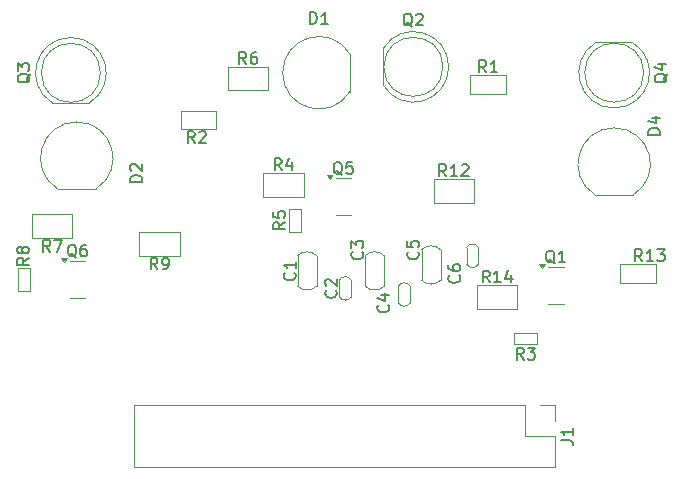
<source format=gbr>
%TF.GenerationSoftware,KiCad,Pcbnew,8.0.1*%
%TF.CreationDate,2024-03-25T00:54:51+02:00*%
%TF.ProjectId,3088,33303838-2e6b-4696-9361-645f70636258,rev?*%
%TF.SameCoordinates,Original*%
%TF.FileFunction,Legend,Top*%
%TF.FilePolarity,Positive*%
%FSLAX46Y46*%
G04 Gerber Fmt 4.6, Leading zero omitted, Abs format (unit mm)*
G04 Created by KiCad (PCBNEW 8.0.1) date 2024-03-25 00:54:51*
%MOMM*%
%LPD*%
G01*
G04 APERTURE LIST*
%ADD10C,0.150000*%
%ADD11C,0.120000*%
%ADD12C,0.100000*%
G04 APERTURE END LIST*
D10*
X117590057Y-55100238D02*
X117542438Y-55195476D01*
X117542438Y-55195476D02*
X117447200Y-55290714D01*
X117447200Y-55290714D02*
X117304342Y-55433571D01*
X117304342Y-55433571D02*
X117256723Y-55528809D01*
X117256723Y-55528809D02*
X117256723Y-55624047D01*
X117494819Y-55576428D02*
X117447200Y-55671666D01*
X117447200Y-55671666D02*
X117351961Y-55766904D01*
X117351961Y-55766904D02*
X117161485Y-55814523D01*
X117161485Y-55814523D02*
X116828152Y-55814523D01*
X116828152Y-55814523D02*
X116637676Y-55766904D01*
X116637676Y-55766904D02*
X116542438Y-55671666D01*
X116542438Y-55671666D02*
X116494819Y-55576428D01*
X116494819Y-55576428D02*
X116494819Y-55385952D01*
X116494819Y-55385952D02*
X116542438Y-55290714D01*
X116542438Y-55290714D02*
X116637676Y-55195476D01*
X116637676Y-55195476D02*
X116828152Y-55147857D01*
X116828152Y-55147857D02*
X117161485Y-55147857D01*
X117161485Y-55147857D02*
X117351961Y-55195476D01*
X117351961Y-55195476D02*
X117447200Y-55290714D01*
X117447200Y-55290714D02*
X117494819Y-55385952D01*
X117494819Y-55385952D02*
X117494819Y-55576428D01*
X116494819Y-54814523D02*
X116494819Y-54195476D01*
X116494819Y-54195476D02*
X116875771Y-54528809D01*
X116875771Y-54528809D02*
X116875771Y-54385952D01*
X116875771Y-54385952D02*
X116923390Y-54290714D01*
X116923390Y-54290714D02*
X116971009Y-54243095D01*
X116971009Y-54243095D02*
X117066247Y-54195476D01*
X117066247Y-54195476D02*
X117304342Y-54195476D01*
X117304342Y-54195476D02*
X117399580Y-54243095D01*
X117399580Y-54243095D02*
X117447200Y-54290714D01*
X117447200Y-54290714D02*
X117494819Y-54385952D01*
X117494819Y-54385952D02*
X117494819Y-54671666D01*
X117494819Y-54671666D02*
X117447200Y-54766904D01*
X117447200Y-54766904D02*
X117399580Y-54814523D01*
X156444642Y-72754819D02*
X156111309Y-72278628D01*
X155873214Y-72754819D02*
X155873214Y-71754819D01*
X155873214Y-71754819D02*
X156254166Y-71754819D01*
X156254166Y-71754819D02*
X156349404Y-71802438D01*
X156349404Y-71802438D02*
X156397023Y-71850057D01*
X156397023Y-71850057D02*
X156444642Y-71945295D01*
X156444642Y-71945295D02*
X156444642Y-72088152D01*
X156444642Y-72088152D02*
X156397023Y-72183390D01*
X156397023Y-72183390D02*
X156349404Y-72231009D01*
X156349404Y-72231009D02*
X156254166Y-72278628D01*
X156254166Y-72278628D02*
X155873214Y-72278628D01*
X157397023Y-72754819D02*
X156825595Y-72754819D01*
X157111309Y-72754819D02*
X157111309Y-71754819D01*
X157111309Y-71754819D02*
X157016071Y-71897676D01*
X157016071Y-71897676D02*
X156920833Y-71992914D01*
X156920833Y-71992914D02*
X156825595Y-72040533D01*
X158254166Y-72088152D02*
X158254166Y-72754819D01*
X158016071Y-71707200D02*
X157777976Y-72421485D01*
X157777976Y-72421485D02*
X158397023Y-72421485D01*
X169357142Y-70954819D02*
X169023809Y-70478628D01*
X168785714Y-70954819D02*
X168785714Y-69954819D01*
X168785714Y-69954819D02*
X169166666Y-69954819D01*
X169166666Y-69954819D02*
X169261904Y-70002438D01*
X169261904Y-70002438D02*
X169309523Y-70050057D01*
X169309523Y-70050057D02*
X169357142Y-70145295D01*
X169357142Y-70145295D02*
X169357142Y-70288152D01*
X169357142Y-70288152D02*
X169309523Y-70383390D01*
X169309523Y-70383390D02*
X169261904Y-70431009D01*
X169261904Y-70431009D02*
X169166666Y-70478628D01*
X169166666Y-70478628D02*
X168785714Y-70478628D01*
X170309523Y-70954819D02*
X169738095Y-70954819D01*
X170023809Y-70954819D02*
X170023809Y-69954819D01*
X170023809Y-69954819D02*
X169928571Y-70097676D01*
X169928571Y-70097676D02*
X169833333Y-70192914D01*
X169833333Y-70192914D02*
X169738095Y-70240533D01*
X170642857Y-69954819D02*
X171261904Y-69954819D01*
X171261904Y-69954819D02*
X170928571Y-70335771D01*
X170928571Y-70335771D02*
X171071428Y-70335771D01*
X171071428Y-70335771D02*
X171166666Y-70383390D01*
X171166666Y-70383390D02*
X171214285Y-70431009D01*
X171214285Y-70431009D02*
X171261904Y-70526247D01*
X171261904Y-70526247D02*
X171261904Y-70764342D01*
X171261904Y-70764342D02*
X171214285Y-70859580D01*
X171214285Y-70859580D02*
X171166666Y-70907200D01*
X171166666Y-70907200D02*
X171071428Y-70954819D01*
X171071428Y-70954819D02*
X170785714Y-70954819D01*
X170785714Y-70954819D02*
X170690476Y-70907200D01*
X170690476Y-70907200D02*
X170642857Y-70859580D01*
X152769642Y-63754819D02*
X152436309Y-63278628D01*
X152198214Y-63754819D02*
X152198214Y-62754819D01*
X152198214Y-62754819D02*
X152579166Y-62754819D01*
X152579166Y-62754819D02*
X152674404Y-62802438D01*
X152674404Y-62802438D02*
X152722023Y-62850057D01*
X152722023Y-62850057D02*
X152769642Y-62945295D01*
X152769642Y-62945295D02*
X152769642Y-63088152D01*
X152769642Y-63088152D02*
X152722023Y-63183390D01*
X152722023Y-63183390D02*
X152674404Y-63231009D01*
X152674404Y-63231009D02*
X152579166Y-63278628D01*
X152579166Y-63278628D02*
X152198214Y-63278628D01*
X153722023Y-63754819D02*
X153150595Y-63754819D01*
X153436309Y-63754819D02*
X153436309Y-62754819D01*
X153436309Y-62754819D02*
X153341071Y-62897676D01*
X153341071Y-62897676D02*
X153245833Y-62992914D01*
X153245833Y-62992914D02*
X153150595Y-63040533D01*
X154102976Y-62850057D02*
X154150595Y-62802438D01*
X154150595Y-62802438D02*
X154245833Y-62754819D01*
X154245833Y-62754819D02*
X154483928Y-62754819D01*
X154483928Y-62754819D02*
X154579166Y-62802438D01*
X154579166Y-62802438D02*
X154626785Y-62850057D01*
X154626785Y-62850057D02*
X154674404Y-62945295D01*
X154674404Y-62945295D02*
X154674404Y-63040533D01*
X154674404Y-63040533D02*
X154626785Y-63183390D01*
X154626785Y-63183390D02*
X154055357Y-63754819D01*
X154055357Y-63754819D02*
X154674404Y-63754819D01*
X128333333Y-71654819D02*
X128000000Y-71178628D01*
X127761905Y-71654819D02*
X127761905Y-70654819D01*
X127761905Y-70654819D02*
X128142857Y-70654819D01*
X128142857Y-70654819D02*
X128238095Y-70702438D01*
X128238095Y-70702438D02*
X128285714Y-70750057D01*
X128285714Y-70750057D02*
X128333333Y-70845295D01*
X128333333Y-70845295D02*
X128333333Y-70988152D01*
X128333333Y-70988152D02*
X128285714Y-71083390D01*
X128285714Y-71083390D02*
X128238095Y-71131009D01*
X128238095Y-71131009D02*
X128142857Y-71178628D01*
X128142857Y-71178628D02*
X127761905Y-71178628D01*
X128809524Y-71654819D02*
X129000000Y-71654819D01*
X129000000Y-71654819D02*
X129095238Y-71607200D01*
X129095238Y-71607200D02*
X129142857Y-71559580D01*
X129142857Y-71559580D02*
X129238095Y-71416723D01*
X129238095Y-71416723D02*
X129285714Y-71226247D01*
X129285714Y-71226247D02*
X129285714Y-70845295D01*
X129285714Y-70845295D02*
X129238095Y-70750057D01*
X129238095Y-70750057D02*
X129190476Y-70702438D01*
X129190476Y-70702438D02*
X129095238Y-70654819D01*
X129095238Y-70654819D02*
X128904762Y-70654819D01*
X128904762Y-70654819D02*
X128809524Y-70702438D01*
X128809524Y-70702438D02*
X128761905Y-70750057D01*
X128761905Y-70750057D02*
X128714286Y-70845295D01*
X128714286Y-70845295D02*
X128714286Y-71083390D01*
X128714286Y-71083390D02*
X128761905Y-71178628D01*
X128761905Y-71178628D02*
X128809524Y-71226247D01*
X128809524Y-71226247D02*
X128904762Y-71273866D01*
X128904762Y-71273866D02*
X129095238Y-71273866D01*
X129095238Y-71273866D02*
X129190476Y-71226247D01*
X129190476Y-71226247D02*
X129238095Y-71178628D01*
X129238095Y-71178628D02*
X129285714Y-71083390D01*
X117454819Y-70666666D02*
X116978628Y-70999999D01*
X117454819Y-71238094D02*
X116454819Y-71238094D01*
X116454819Y-71238094D02*
X116454819Y-70857142D01*
X116454819Y-70857142D02*
X116502438Y-70761904D01*
X116502438Y-70761904D02*
X116550057Y-70714285D01*
X116550057Y-70714285D02*
X116645295Y-70666666D01*
X116645295Y-70666666D02*
X116788152Y-70666666D01*
X116788152Y-70666666D02*
X116883390Y-70714285D01*
X116883390Y-70714285D02*
X116931009Y-70761904D01*
X116931009Y-70761904D02*
X116978628Y-70857142D01*
X116978628Y-70857142D02*
X116978628Y-71238094D01*
X116883390Y-70095237D02*
X116835771Y-70190475D01*
X116835771Y-70190475D02*
X116788152Y-70238094D01*
X116788152Y-70238094D02*
X116692914Y-70285713D01*
X116692914Y-70285713D02*
X116645295Y-70285713D01*
X116645295Y-70285713D02*
X116550057Y-70238094D01*
X116550057Y-70238094D02*
X116502438Y-70190475D01*
X116502438Y-70190475D02*
X116454819Y-70095237D01*
X116454819Y-70095237D02*
X116454819Y-69904761D01*
X116454819Y-69904761D02*
X116502438Y-69809523D01*
X116502438Y-69809523D02*
X116550057Y-69761904D01*
X116550057Y-69761904D02*
X116645295Y-69714285D01*
X116645295Y-69714285D02*
X116692914Y-69714285D01*
X116692914Y-69714285D02*
X116788152Y-69761904D01*
X116788152Y-69761904D02*
X116835771Y-69809523D01*
X116835771Y-69809523D02*
X116883390Y-69904761D01*
X116883390Y-69904761D02*
X116883390Y-70095237D01*
X116883390Y-70095237D02*
X116931009Y-70190475D01*
X116931009Y-70190475D02*
X116978628Y-70238094D01*
X116978628Y-70238094D02*
X117073866Y-70285713D01*
X117073866Y-70285713D02*
X117264342Y-70285713D01*
X117264342Y-70285713D02*
X117359580Y-70238094D01*
X117359580Y-70238094D02*
X117407200Y-70190475D01*
X117407200Y-70190475D02*
X117454819Y-70095237D01*
X117454819Y-70095237D02*
X117454819Y-69904761D01*
X117454819Y-69904761D02*
X117407200Y-69809523D01*
X117407200Y-69809523D02*
X117359580Y-69761904D01*
X117359580Y-69761904D02*
X117264342Y-69714285D01*
X117264342Y-69714285D02*
X117073866Y-69714285D01*
X117073866Y-69714285D02*
X116978628Y-69761904D01*
X116978628Y-69761904D02*
X116931009Y-69809523D01*
X116931009Y-69809523D02*
X116883390Y-69904761D01*
X119245833Y-70154819D02*
X118912500Y-69678628D01*
X118674405Y-70154819D02*
X118674405Y-69154819D01*
X118674405Y-69154819D02*
X119055357Y-69154819D01*
X119055357Y-69154819D02*
X119150595Y-69202438D01*
X119150595Y-69202438D02*
X119198214Y-69250057D01*
X119198214Y-69250057D02*
X119245833Y-69345295D01*
X119245833Y-69345295D02*
X119245833Y-69488152D01*
X119245833Y-69488152D02*
X119198214Y-69583390D01*
X119198214Y-69583390D02*
X119150595Y-69631009D01*
X119150595Y-69631009D02*
X119055357Y-69678628D01*
X119055357Y-69678628D02*
X118674405Y-69678628D01*
X119579167Y-69154819D02*
X120245833Y-69154819D01*
X120245833Y-69154819D02*
X119817262Y-70154819D01*
X135833333Y-54254819D02*
X135500000Y-53778628D01*
X135261905Y-54254819D02*
X135261905Y-53254819D01*
X135261905Y-53254819D02*
X135642857Y-53254819D01*
X135642857Y-53254819D02*
X135738095Y-53302438D01*
X135738095Y-53302438D02*
X135785714Y-53350057D01*
X135785714Y-53350057D02*
X135833333Y-53445295D01*
X135833333Y-53445295D02*
X135833333Y-53588152D01*
X135833333Y-53588152D02*
X135785714Y-53683390D01*
X135785714Y-53683390D02*
X135738095Y-53731009D01*
X135738095Y-53731009D02*
X135642857Y-53778628D01*
X135642857Y-53778628D02*
X135261905Y-53778628D01*
X136690476Y-53254819D02*
X136500000Y-53254819D01*
X136500000Y-53254819D02*
X136404762Y-53302438D01*
X136404762Y-53302438D02*
X136357143Y-53350057D01*
X136357143Y-53350057D02*
X136261905Y-53492914D01*
X136261905Y-53492914D02*
X136214286Y-53683390D01*
X136214286Y-53683390D02*
X136214286Y-54064342D01*
X136214286Y-54064342D02*
X136261905Y-54159580D01*
X136261905Y-54159580D02*
X136309524Y-54207200D01*
X136309524Y-54207200D02*
X136404762Y-54254819D01*
X136404762Y-54254819D02*
X136595238Y-54254819D01*
X136595238Y-54254819D02*
X136690476Y-54207200D01*
X136690476Y-54207200D02*
X136738095Y-54159580D01*
X136738095Y-54159580D02*
X136785714Y-54064342D01*
X136785714Y-54064342D02*
X136785714Y-53826247D01*
X136785714Y-53826247D02*
X136738095Y-53731009D01*
X136738095Y-53731009D02*
X136690476Y-53683390D01*
X136690476Y-53683390D02*
X136595238Y-53635771D01*
X136595238Y-53635771D02*
X136404762Y-53635771D01*
X136404762Y-53635771D02*
X136309524Y-53683390D01*
X136309524Y-53683390D02*
X136261905Y-53731009D01*
X136261905Y-53731009D02*
X136214286Y-53826247D01*
X139121319Y-67666666D02*
X138645128Y-67999999D01*
X139121319Y-68238094D02*
X138121319Y-68238094D01*
X138121319Y-68238094D02*
X138121319Y-67857142D01*
X138121319Y-67857142D02*
X138168938Y-67761904D01*
X138168938Y-67761904D02*
X138216557Y-67714285D01*
X138216557Y-67714285D02*
X138311795Y-67666666D01*
X138311795Y-67666666D02*
X138454652Y-67666666D01*
X138454652Y-67666666D02*
X138549890Y-67714285D01*
X138549890Y-67714285D02*
X138597509Y-67761904D01*
X138597509Y-67761904D02*
X138645128Y-67857142D01*
X138645128Y-67857142D02*
X138645128Y-68238094D01*
X138121319Y-66761904D02*
X138121319Y-67238094D01*
X138121319Y-67238094D02*
X138597509Y-67285713D01*
X138597509Y-67285713D02*
X138549890Y-67238094D01*
X138549890Y-67238094D02*
X138502271Y-67142856D01*
X138502271Y-67142856D02*
X138502271Y-66904761D01*
X138502271Y-66904761D02*
X138549890Y-66809523D01*
X138549890Y-66809523D02*
X138597509Y-66761904D01*
X138597509Y-66761904D02*
X138692747Y-66714285D01*
X138692747Y-66714285D02*
X138930842Y-66714285D01*
X138930842Y-66714285D02*
X139026080Y-66761904D01*
X139026080Y-66761904D02*
X139073700Y-66809523D01*
X139073700Y-66809523D02*
X139121319Y-66904761D01*
X139121319Y-66904761D02*
X139121319Y-67142856D01*
X139121319Y-67142856D02*
X139073700Y-67238094D01*
X139073700Y-67238094D02*
X139026080Y-67285713D01*
X138833333Y-63254819D02*
X138500000Y-62778628D01*
X138261905Y-63254819D02*
X138261905Y-62254819D01*
X138261905Y-62254819D02*
X138642857Y-62254819D01*
X138642857Y-62254819D02*
X138738095Y-62302438D01*
X138738095Y-62302438D02*
X138785714Y-62350057D01*
X138785714Y-62350057D02*
X138833333Y-62445295D01*
X138833333Y-62445295D02*
X138833333Y-62588152D01*
X138833333Y-62588152D02*
X138785714Y-62683390D01*
X138785714Y-62683390D02*
X138738095Y-62731009D01*
X138738095Y-62731009D02*
X138642857Y-62778628D01*
X138642857Y-62778628D02*
X138261905Y-62778628D01*
X139690476Y-62588152D02*
X139690476Y-63254819D01*
X139452381Y-62207200D02*
X139214286Y-62921485D01*
X139214286Y-62921485D02*
X139833333Y-62921485D01*
X159333333Y-79288319D02*
X159000000Y-78812128D01*
X158761905Y-79288319D02*
X158761905Y-78288319D01*
X158761905Y-78288319D02*
X159142857Y-78288319D01*
X159142857Y-78288319D02*
X159238095Y-78335938D01*
X159238095Y-78335938D02*
X159285714Y-78383557D01*
X159285714Y-78383557D02*
X159333333Y-78478795D01*
X159333333Y-78478795D02*
X159333333Y-78621652D01*
X159333333Y-78621652D02*
X159285714Y-78716890D01*
X159285714Y-78716890D02*
X159238095Y-78764509D01*
X159238095Y-78764509D02*
X159142857Y-78812128D01*
X159142857Y-78812128D02*
X158761905Y-78812128D01*
X159666667Y-78288319D02*
X160285714Y-78288319D01*
X160285714Y-78288319D02*
X159952381Y-78669271D01*
X159952381Y-78669271D02*
X160095238Y-78669271D01*
X160095238Y-78669271D02*
X160190476Y-78716890D01*
X160190476Y-78716890D02*
X160238095Y-78764509D01*
X160238095Y-78764509D02*
X160285714Y-78859747D01*
X160285714Y-78859747D02*
X160285714Y-79097842D01*
X160285714Y-79097842D02*
X160238095Y-79193080D01*
X160238095Y-79193080D02*
X160190476Y-79240700D01*
X160190476Y-79240700D02*
X160095238Y-79288319D01*
X160095238Y-79288319D02*
X159809524Y-79288319D01*
X159809524Y-79288319D02*
X159714286Y-79240700D01*
X159714286Y-79240700D02*
X159666667Y-79193080D01*
X131483333Y-60954819D02*
X131150000Y-60478628D01*
X130911905Y-60954819D02*
X130911905Y-59954819D01*
X130911905Y-59954819D02*
X131292857Y-59954819D01*
X131292857Y-59954819D02*
X131388095Y-60002438D01*
X131388095Y-60002438D02*
X131435714Y-60050057D01*
X131435714Y-60050057D02*
X131483333Y-60145295D01*
X131483333Y-60145295D02*
X131483333Y-60288152D01*
X131483333Y-60288152D02*
X131435714Y-60383390D01*
X131435714Y-60383390D02*
X131388095Y-60431009D01*
X131388095Y-60431009D02*
X131292857Y-60478628D01*
X131292857Y-60478628D02*
X130911905Y-60478628D01*
X131864286Y-60050057D02*
X131911905Y-60002438D01*
X131911905Y-60002438D02*
X132007143Y-59954819D01*
X132007143Y-59954819D02*
X132245238Y-59954819D01*
X132245238Y-59954819D02*
X132340476Y-60002438D01*
X132340476Y-60002438D02*
X132388095Y-60050057D01*
X132388095Y-60050057D02*
X132435714Y-60145295D01*
X132435714Y-60145295D02*
X132435714Y-60240533D01*
X132435714Y-60240533D02*
X132388095Y-60383390D01*
X132388095Y-60383390D02*
X131816667Y-60954819D01*
X131816667Y-60954819D02*
X132435714Y-60954819D01*
X156158333Y-54954819D02*
X155825000Y-54478628D01*
X155586905Y-54954819D02*
X155586905Y-53954819D01*
X155586905Y-53954819D02*
X155967857Y-53954819D01*
X155967857Y-53954819D02*
X156063095Y-54002438D01*
X156063095Y-54002438D02*
X156110714Y-54050057D01*
X156110714Y-54050057D02*
X156158333Y-54145295D01*
X156158333Y-54145295D02*
X156158333Y-54288152D01*
X156158333Y-54288152D02*
X156110714Y-54383390D01*
X156110714Y-54383390D02*
X156063095Y-54431009D01*
X156063095Y-54431009D02*
X155967857Y-54478628D01*
X155967857Y-54478628D02*
X155586905Y-54478628D01*
X157110714Y-54954819D02*
X156539286Y-54954819D01*
X156825000Y-54954819D02*
X156825000Y-53954819D01*
X156825000Y-53954819D02*
X156729762Y-54097676D01*
X156729762Y-54097676D02*
X156634524Y-54192914D01*
X156634524Y-54192914D02*
X156539286Y-54240533D01*
X121467261Y-70650057D02*
X121372023Y-70602438D01*
X121372023Y-70602438D02*
X121276785Y-70507200D01*
X121276785Y-70507200D02*
X121133928Y-70364342D01*
X121133928Y-70364342D02*
X121038690Y-70316723D01*
X121038690Y-70316723D02*
X120943452Y-70316723D01*
X120991071Y-70554819D02*
X120895833Y-70507200D01*
X120895833Y-70507200D02*
X120800595Y-70411961D01*
X120800595Y-70411961D02*
X120752976Y-70221485D01*
X120752976Y-70221485D02*
X120752976Y-69888152D01*
X120752976Y-69888152D02*
X120800595Y-69697676D01*
X120800595Y-69697676D02*
X120895833Y-69602438D01*
X120895833Y-69602438D02*
X120991071Y-69554819D01*
X120991071Y-69554819D02*
X121181547Y-69554819D01*
X121181547Y-69554819D02*
X121276785Y-69602438D01*
X121276785Y-69602438D02*
X121372023Y-69697676D01*
X121372023Y-69697676D02*
X121419642Y-69888152D01*
X121419642Y-69888152D02*
X121419642Y-70221485D01*
X121419642Y-70221485D02*
X121372023Y-70411961D01*
X121372023Y-70411961D02*
X121276785Y-70507200D01*
X121276785Y-70507200D02*
X121181547Y-70554819D01*
X121181547Y-70554819D02*
X120991071Y-70554819D01*
X122276785Y-69554819D02*
X122086309Y-69554819D01*
X122086309Y-69554819D02*
X121991071Y-69602438D01*
X121991071Y-69602438D02*
X121943452Y-69650057D01*
X121943452Y-69650057D02*
X121848214Y-69792914D01*
X121848214Y-69792914D02*
X121800595Y-69983390D01*
X121800595Y-69983390D02*
X121800595Y-70364342D01*
X121800595Y-70364342D02*
X121848214Y-70459580D01*
X121848214Y-70459580D02*
X121895833Y-70507200D01*
X121895833Y-70507200D02*
X121991071Y-70554819D01*
X121991071Y-70554819D02*
X122181547Y-70554819D01*
X122181547Y-70554819D02*
X122276785Y-70507200D01*
X122276785Y-70507200D02*
X122324404Y-70459580D01*
X122324404Y-70459580D02*
X122372023Y-70364342D01*
X122372023Y-70364342D02*
X122372023Y-70126247D01*
X122372023Y-70126247D02*
X122324404Y-70031009D01*
X122324404Y-70031009D02*
X122276785Y-69983390D01*
X122276785Y-69983390D02*
X122181547Y-69935771D01*
X122181547Y-69935771D02*
X121991071Y-69935771D01*
X121991071Y-69935771D02*
X121895833Y-69983390D01*
X121895833Y-69983390D02*
X121848214Y-70031009D01*
X121848214Y-70031009D02*
X121800595Y-70126247D01*
X143967261Y-63650057D02*
X143872023Y-63602438D01*
X143872023Y-63602438D02*
X143776785Y-63507200D01*
X143776785Y-63507200D02*
X143633928Y-63364342D01*
X143633928Y-63364342D02*
X143538690Y-63316723D01*
X143538690Y-63316723D02*
X143443452Y-63316723D01*
X143491071Y-63554819D02*
X143395833Y-63507200D01*
X143395833Y-63507200D02*
X143300595Y-63411961D01*
X143300595Y-63411961D02*
X143252976Y-63221485D01*
X143252976Y-63221485D02*
X143252976Y-62888152D01*
X143252976Y-62888152D02*
X143300595Y-62697676D01*
X143300595Y-62697676D02*
X143395833Y-62602438D01*
X143395833Y-62602438D02*
X143491071Y-62554819D01*
X143491071Y-62554819D02*
X143681547Y-62554819D01*
X143681547Y-62554819D02*
X143776785Y-62602438D01*
X143776785Y-62602438D02*
X143872023Y-62697676D01*
X143872023Y-62697676D02*
X143919642Y-62888152D01*
X143919642Y-62888152D02*
X143919642Y-63221485D01*
X143919642Y-63221485D02*
X143872023Y-63411961D01*
X143872023Y-63411961D02*
X143776785Y-63507200D01*
X143776785Y-63507200D02*
X143681547Y-63554819D01*
X143681547Y-63554819D02*
X143491071Y-63554819D01*
X144824404Y-62554819D02*
X144348214Y-62554819D01*
X144348214Y-62554819D02*
X144300595Y-63031009D01*
X144300595Y-63031009D02*
X144348214Y-62983390D01*
X144348214Y-62983390D02*
X144443452Y-62935771D01*
X144443452Y-62935771D02*
X144681547Y-62935771D01*
X144681547Y-62935771D02*
X144776785Y-62983390D01*
X144776785Y-62983390D02*
X144824404Y-63031009D01*
X144824404Y-63031009D02*
X144872023Y-63126247D01*
X144872023Y-63126247D02*
X144872023Y-63364342D01*
X144872023Y-63364342D02*
X144824404Y-63459580D01*
X144824404Y-63459580D02*
X144776785Y-63507200D01*
X144776785Y-63507200D02*
X144681547Y-63554819D01*
X144681547Y-63554819D02*
X144443452Y-63554819D01*
X144443452Y-63554819D02*
X144348214Y-63507200D01*
X144348214Y-63507200D02*
X144300595Y-63459580D01*
X171510057Y-55090238D02*
X171462438Y-55185476D01*
X171462438Y-55185476D02*
X171367200Y-55280714D01*
X171367200Y-55280714D02*
X171224342Y-55423571D01*
X171224342Y-55423571D02*
X171176723Y-55518809D01*
X171176723Y-55518809D02*
X171176723Y-55614047D01*
X171414819Y-55566428D02*
X171367200Y-55661666D01*
X171367200Y-55661666D02*
X171271961Y-55756904D01*
X171271961Y-55756904D02*
X171081485Y-55804523D01*
X171081485Y-55804523D02*
X170748152Y-55804523D01*
X170748152Y-55804523D02*
X170557676Y-55756904D01*
X170557676Y-55756904D02*
X170462438Y-55661666D01*
X170462438Y-55661666D02*
X170414819Y-55566428D01*
X170414819Y-55566428D02*
X170414819Y-55375952D01*
X170414819Y-55375952D02*
X170462438Y-55280714D01*
X170462438Y-55280714D02*
X170557676Y-55185476D01*
X170557676Y-55185476D02*
X170748152Y-55137857D01*
X170748152Y-55137857D02*
X171081485Y-55137857D01*
X171081485Y-55137857D02*
X171271961Y-55185476D01*
X171271961Y-55185476D02*
X171367200Y-55280714D01*
X171367200Y-55280714D02*
X171414819Y-55375952D01*
X171414819Y-55375952D02*
X171414819Y-55566428D01*
X170748152Y-54280714D02*
X171414819Y-54280714D01*
X170367200Y-54518809D02*
X171081485Y-54756904D01*
X171081485Y-54756904D02*
X171081485Y-54137857D01*
X149899761Y-51090057D02*
X149804523Y-51042438D01*
X149804523Y-51042438D02*
X149709285Y-50947200D01*
X149709285Y-50947200D02*
X149566428Y-50804342D01*
X149566428Y-50804342D02*
X149471190Y-50756723D01*
X149471190Y-50756723D02*
X149375952Y-50756723D01*
X149423571Y-50994819D02*
X149328333Y-50947200D01*
X149328333Y-50947200D02*
X149233095Y-50851961D01*
X149233095Y-50851961D02*
X149185476Y-50661485D01*
X149185476Y-50661485D02*
X149185476Y-50328152D01*
X149185476Y-50328152D02*
X149233095Y-50137676D01*
X149233095Y-50137676D02*
X149328333Y-50042438D01*
X149328333Y-50042438D02*
X149423571Y-49994819D01*
X149423571Y-49994819D02*
X149614047Y-49994819D01*
X149614047Y-49994819D02*
X149709285Y-50042438D01*
X149709285Y-50042438D02*
X149804523Y-50137676D01*
X149804523Y-50137676D02*
X149852142Y-50328152D01*
X149852142Y-50328152D02*
X149852142Y-50661485D01*
X149852142Y-50661485D02*
X149804523Y-50851961D01*
X149804523Y-50851961D02*
X149709285Y-50947200D01*
X149709285Y-50947200D02*
X149614047Y-50994819D01*
X149614047Y-50994819D02*
X149423571Y-50994819D01*
X150233095Y-50090057D02*
X150280714Y-50042438D01*
X150280714Y-50042438D02*
X150375952Y-49994819D01*
X150375952Y-49994819D02*
X150614047Y-49994819D01*
X150614047Y-49994819D02*
X150709285Y-50042438D01*
X150709285Y-50042438D02*
X150756904Y-50090057D01*
X150756904Y-50090057D02*
X150804523Y-50185295D01*
X150804523Y-50185295D02*
X150804523Y-50280533D01*
X150804523Y-50280533D02*
X150756904Y-50423390D01*
X150756904Y-50423390D02*
X150185476Y-50994819D01*
X150185476Y-50994819D02*
X150804523Y-50994819D01*
X161967261Y-71150057D02*
X161872023Y-71102438D01*
X161872023Y-71102438D02*
X161776785Y-71007200D01*
X161776785Y-71007200D02*
X161633928Y-70864342D01*
X161633928Y-70864342D02*
X161538690Y-70816723D01*
X161538690Y-70816723D02*
X161443452Y-70816723D01*
X161491071Y-71054819D02*
X161395833Y-71007200D01*
X161395833Y-71007200D02*
X161300595Y-70911961D01*
X161300595Y-70911961D02*
X161252976Y-70721485D01*
X161252976Y-70721485D02*
X161252976Y-70388152D01*
X161252976Y-70388152D02*
X161300595Y-70197676D01*
X161300595Y-70197676D02*
X161395833Y-70102438D01*
X161395833Y-70102438D02*
X161491071Y-70054819D01*
X161491071Y-70054819D02*
X161681547Y-70054819D01*
X161681547Y-70054819D02*
X161776785Y-70102438D01*
X161776785Y-70102438D02*
X161872023Y-70197676D01*
X161872023Y-70197676D02*
X161919642Y-70388152D01*
X161919642Y-70388152D02*
X161919642Y-70721485D01*
X161919642Y-70721485D02*
X161872023Y-70911961D01*
X161872023Y-70911961D02*
X161776785Y-71007200D01*
X161776785Y-71007200D02*
X161681547Y-71054819D01*
X161681547Y-71054819D02*
X161491071Y-71054819D01*
X162872023Y-71054819D02*
X162300595Y-71054819D01*
X162586309Y-71054819D02*
X162586309Y-70054819D01*
X162586309Y-70054819D02*
X162491071Y-70197676D01*
X162491071Y-70197676D02*
X162395833Y-70292914D01*
X162395833Y-70292914D02*
X162300595Y-70340533D01*
X162484819Y-86103333D02*
X163199104Y-86103333D01*
X163199104Y-86103333D02*
X163341961Y-86150952D01*
X163341961Y-86150952D02*
X163437200Y-86246190D01*
X163437200Y-86246190D02*
X163484819Y-86389047D01*
X163484819Y-86389047D02*
X163484819Y-86484285D01*
X163484819Y-85103333D02*
X163484819Y-85674761D01*
X163484819Y-85389047D02*
X162484819Y-85389047D01*
X162484819Y-85389047D02*
X162627676Y-85484285D01*
X162627676Y-85484285D02*
X162722914Y-85579523D01*
X162722914Y-85579523D02*
X162770533Y-85674761D01*
X170869819Y-60238094D02*
X169869819Y-60238094D01*
X169869819Y-60238094D02*
X169869819Y-59999999D01*
X169869819Y-59999999D02*
X169917438Y-59857142D01*
X169917438Y-59857142D02*
X170012676Y-59761904D01*
X170012676Y-59761904D02*
X170107914Y-59714285D01*
X170107914Y-59714285D02*
X170298390Y-59666666D01*
X170298390Y-59666666D02*
X170441247Y-59666666D01*
X170441247Y-59666666D02*
X170631723Y-59714285D01*
X170631723Y-59714285D02*
X170726961Y-59761904D01*
X170726961Y-59761904D02*
X170822200Y-59857142D01*
X170822200Y-59857142D02*
X170869819Y-59999999D01*
X170869819Y-59999999D02*
X170869819Y-60238094D01*
X170203152Y-58809523D02*
X170869819Y-58809523D01*
X169822200Y-59047618D02*
X170536485Y-59285713D01*
X170536485Y-59285713D02*
X170536485Y-58666666D01*
X127034819Y-64238094D02*
X126034819Y-64238094D01*
X126034819Y-64238094D02*
X126034819Y-63999999D01*
X126034819Y-63999999D02*
X126082438Y-63857142D01*
X126082438Y-63857142D02*
X126177676Y-63761904D01*
X126177676Y-63761904D02*
X126272914Y-63714285D01*
X126272914Y-63714285D02*
X126463390Y-63666666D01*
X126463390Y-63666666D02*
X126606247Y-63666666D01*
X126606247Y-63666666D02*
X126796723Y-63714285D01*
X126796723Y-63714285D02*
X126891961Y-63761904D01*
X126891961Y-63761904D02*
X126987200Y-63857142D01*
X126987200Y-63857142D02*
X127034819Y-63999999D01*
X127034819Y-63999999D02*
X127034819Y-64238094D01*
X126130057Y-63285713D02*
X126082438Y-63238094D01*
X126082438Y-63238094D02*
X126034819Y-63142856D01*
X126034819Y-63142856D02*
X126034819Y-62904761D01*
X126034819Y-62904761D02*
X126082438Y-62809523D01*
X126082438Y-62809523D02*
X126130057Y-62761904D01*
X126130057Y-62761904D02*
X126225295Y-62714285D01*
X126225295Y-62714285D02*
X126320533Y-62714285D01*
X126320533Y-62714285D02*
X126463390Y-62761904D01*
X126463390Y-62761904D02*
X127034819Y-63333332D01*
X127034819Y-63333332D02*
X127034819Y-62714285D01*
X141261905Y-50869819D02*
X141261905Y-49869819D01*
X141261905Y-49869819D02*
X141500000Y-49869819D01*
X141500000Y-49869819D02*
X141642857Y-49917438D01*
X141642857Y-49917438D02*
X141738095Y-50012676D01*
X141738095Y-50012676D02*
X141785714Y-50107914D01*
X141785714Y-50107914D02*
X141833333Y-50298390D01*
X141833333Y-50298390D02*
X141833333Y-50441247D01*
X141833333Y-50441247D02*
X141785714Y-50631723D01*
X141785714Y-50631723D02*
X141738095Y-50726961D01*
X141738095Y-50726961D02*
X141642857Y-50822200D01*
X141642857Y-50822200D02*
X141500000Y-50869819D01*
X141500000Y-50869819D02*
X141261905Y-50869819D01*
X142785714Y-50869819D02*
X142214286Y-50869819D01*
X142500000Y-50869819D02*
X142500000Y-49869819D01*
X142500000Y-49869819D02*
X142404762Y-50012676D01*
X142404762Y-50012676D02*
X142309524Y-50107914D01*
X142309524Y-50107914D02*
X142214286Y-50155533D01*
X153859580Y-72166666D02*
X153907200Y-72214285D01*
X153907200Y-72214285D02*
X153954819Y-72357142D01*
X153954819Y-72357142D02*
X153954819Y-72452380D01*
X153954819Y-72452380D02*
X153907200Y-72595237D01*
X153907200Y-72595237D02*
X153811961Y-72690475D01*
X153811961Y-72690475D02*
X153716723Y-72738094D01*
X153716723Y-72738094D02*
X153526247Y-72785713D01*
X153526247Y-72785713D02*
X153383390Y-72785713D01*
X153383390Y-72785713D02*
X153192914Y-72738094D01*
X153192914Y-72738094D02*
X153097676Y-72690475D01*
X153097676Y-72690475D02*
X153002438Y-72595237D01*
X153002438Y-72595237D02*
X152954819Y-72452380D01*
X152954819Y-72452380D02*
X152954819Y-72357142D01*
X152954819Y-72357142D02*
X153002438Y-72214285D01*
X153002438Y-72214285D02*
X153050057Y-72166666D01*
X152954819Y-71309523D02*
X152954819Y-71499999D01*
X152954819Y-71499999D02*
X153002438Y-71595237D01*
X153002438Y-71595237D02*
X153050057Y-71642856D01*
X153050057Y-71642856D02*
X153192914Y-71738094D01*
X153192914Y-71738094D02*
X153383390Y-71785713D01*
X153383390Y-71785713D02*
X153764342Y-71785713D01*
X153764342Y-71785713D02*
X153859580Y-71738094D01*
X153859580Y-71738094D02*
X153907200Y-71690475D01*
X153907200Y-71690475D02*
X153954819Y-71595237D01*
X153954819Y-71595237D02*
X153954819Y-71404761D01*
X153954819Y-71404761D02*
X153907200Y-71309523D01*
X153907200Y-71309523D02*
X153859580Y-71261904D01*
X153859580Y-71261904D02*
X153764342Y-71214285D01*
X153764342Y-71214285D02*
X153526247Y-71214285D01*
X153526247Y-71214285D02*
X153431009Y-71261904D01*
X153431009Y-71261904D02*
X153383390Y-71309523D01*
X153383390Y-71309523D02*
X153335771Y-71404761D01*
X153335771Y-71404761D02*
X153335771Y-71595237D01*
X153335771Y-71595237D02*
X153383390Y-71690475D01*
X153383390Y-71690475D02*
X153431009Y-71738094D01*
X153431009Y-71738094D02*
X153526247Y-71785713D01*
X150359580Y-70166666D02*
X150407200Y-70214285D01*
X150407200Y-70214285D02*
X150454819Y-70357142D01*
X150454819Y-70357142D02*
X150454819Y-70452380D01*
X150454819Y-70452380D02*
X150407200Y-70595237D01*
X150407200Y-70595237D02*
X150311961Y-70690475D01*
X150311961Y-70690475D02*
X150216723Y-70738094D01*
X150216723Y-70738094D02*
X150026247Y-70785713D01*
X150026247Y-70785713D02*
X149883390Y-70785713D01*
X149883390Y-70785713D02*
X149692914Y-70738094D01*
X149692914Y-70738094D02*
X149597676Y-70690475D01*
X149597676Y-70690475D02*
X149502438Y-70595237D01*
X149502438Y-70595237D02*
X149454819Y-70452380D01*
X149454819Y-70452380D02*
X149454819Y-70357142D01*
X149454819Y-70357142D02*
X149502438Y-70214285D01*
X149502438Y-70214285D02*
X149550057Y-70166666D01*
X149454819Y-69261904D02*
X149454819Y-69738094D01*
X149454819Y-69738094D02*
X149931009Y-69785713D01*
X149931009Y-69785713D02*
X149883390Y-69738094D01*
X149883390Y-69738094D02*
X149835771Y-69642856D01*
X149835771Y-69642856D02*
X149835771Y-69404761D01*
X149835771Y-69404761D02*
X149883390Y-69309523D01*
X149883390Y-69309523D02*
X149931009Y-69261904D01*
X149931009Y-69261904D02*
X150026247Y-69214285D01*
X150026247Y-69214285D02*
X150264342Y-69214285D01*
X150264342Y-69214285D02*
X150359580Y-69261904D01*
X150359580Y-69261904D02*
X150407200Y-69309523D01*
X150407200Y-69309523D02*
X150454819Y-69404761D01*
X150454819Y-69404761D02*
X150454819Y-69642856D01*
X150454819Y-69642856D02*
X150407200Y-69738094D01*
X150407200Y-69738094D02*
X150359580Y-69785713D01*
X147859580Y-74666666D02*
X147907200Y-74714285D01*
X147907200Y-74714285D02*
X147954819Y-74857142D01*
X147954819Y-74857142D02*
X147954819Y-74952380D01*
X147954819Y-74952380D02*
X147907200Y-75095237D01*
X147907200Y-75095237D02*
X147811961Y-75190475D01*
X147811961Y-75190475D02*
X147716723Y-75238094D01*
X147716723Y-75238094D02*
X147526247Y-75285713D01*
X147526247Y-75285713D02*
X147383390Y-75285713D01*
X147383390Y-75285713D02*
X147192914Y-75238094D01*
X147192914Y-75238094D02*
X147097676Y-75190475D01*
X147097676Y-75190475D02*
X147002438Y-75095237D01*
X147002438Y-75095237D02*
X146954819Y-74952380D01*
X146954819Y-74952380D02*
X146954819Y-74857142D01*
X146954819Y-74857142D02*
X147002438Y-74714285D01*
X147002438Y-74714285D02*
X147050057Y-74666666D01*
X147288152Y-73809523D02*
X147954819Y-73809523D01*
X146907200Y-74047618D02*
X147621485Y-74285713D01*
X147621485Y-74285713D02*
X147621485Y-73666666D01*
X145654580Y-70166666D02*
X145702200Y-70214285D01*
X145702200Y-70214285D02*
X145749819Y-70357142D01*
X145749819Y-70357142D02*
X145749819Y-70452380D01*
X145749819Y-70452380D02*
X145702200Y-70595237D01*
X145702200Y-70595237D02*
X145606961Y-70690475D01*
X145606961Y-70690475D02*
X145511723Y-70738094D01*
X145511723Y-70738094D02*
X145321247Y-70785713D01*
X145321247Y-70785713D02*
X145178390Y-70785713D01*
X145178390Y-70785713D02*
X144987914Y-70738094D01*
X144987914Y-70738094D02*
X144892676Y-70690475D01*
X144892676Y-70690475D02*
X144797438Y-70595237D01*
X144797438Y-70595237D02*
X144749819Y-70452380D01*
X144749819Y-70452380D02*
X144749819Y-70357142D01*
X144749819Y-70357142D02*
X144797438Y-70214285D01*
X144797438Y-70214285D02*
X144845057Y-70166666D01*
X144749819Y-69833332D02*
X144749819Y-69214285D01*
X144749819Y-69214285D02*
X145130771Y-69547618D01*
X145130771Y-69547618D02*
X145130771Y-69404761D01*
X145130771Y-69404761D02*
X145178390Y-69309523D01*
X145178390Y-69309523D02*
X145226009Y-69261904D01*
X145226009Y-69261904D02*
X145321247Y-69214285D01*
X145321247Y-69214285D02*
X145559342Y-69214285D01*
X145559342Y-69214285D02*
X145654580Y-69261904D01*
X145654580Y-69261904D02*
X145702200Y-69309523D01*
X145702200Y-69309523D02*
X145749819Y-69404761D01*
X145749819Y-69404761D02*
X145749819Y-69690475D01*
X145749819Y-69690475D02*
X145702200Y-69785713D01*
X145702200Y-69785713D02*
X145654580Y-69833332D01*
X143424580Y-73421666D02*
X143472200Y-73469285D01*
X143472200Y-73469285D02*
X143519819Y-73612142D01*
X143519819Y-73612142D02*
X143519819Y-73707380D01*
X143519819Y-73707380D02*
X143472200Y-73850237D01*
X143472200Y-73850237D02*
X143376961Y-73945475D01*
X143376961Y-73945475D02*
X143281723Y-73993094D01*
X143281723Y-73993094D02*
X143091247Y-74040713D01*
X143091247Y-74040713D02*
X142948390Y-74040713D01*
X142948390Y-74040713D02*
X142757914Y-73993094D01*
X142757914Y-73993094D02*
X142662676Y-73945475D01*
X142662676Y-73945475D02*
X142567438Y-73850237D01*
X142567438Y-73850237D02*
X142519819Y-73707380D01*
X142519819Y-73707380D02*
X142519819Y-73612142D01*
X142519819Y-73612142D02*
X142567438Y-73469285D01*
X142567438Y-73469285D02*
X142615057Y-73421666D01*
X142615057Y-73040713D02*
X142567438Y-72993094D01*
X142567438Y-72993094D02*
X142519819Y-72897856D01*
X142519819Y-72897856D02*
X142519819Y-72659761D01*
X142519819Y-72659761D02*
X142567438Y-72564523D01*
X142567438Y-72564523D02*
X142615057Y-72516904D01*
X142615057Y-72516904D02*
X142710295Y-72469285D01*
X142710295Y-72469285D02*
X142805533Y-72469285D01*
X142805533Y-72469285D02*
X142948390Y-72516904D01*
X142948390Y-72516904D02*
X143519819Y-73088332D01*
X143519819Y-73088332D02*
X143519819Y-72469285D01*
X139929580Y-71941666D02*
X139977200Y-71989285D01*
X139977200Y-71989285D02*
X140024819Y-72132142D01*
X140024819Y-72132142D02*
X140024819Y-72227380D01*
X140024819Y-72227380D02*
X139977200Y-72370237D01*
X139977200Y-72370237D02*
X139881961Y-72465475D01*
X139881961Y-72465475D02*
X139786723Y-72513094D01*
X139786723Y-72513094D02*
X139596247Y-72560713D01*
X139596247Y-72560713D02*
X139453390Y-72560713D01*
X139453390Y-72560713D02*
X139262914Y-72513094D01*
X139262914Y-72513094D02*
X139167676Y-72465475D01*
X139167676Y-72465475D02*
X139072438Y-72370237D01*
X139072438Y-72370237D02*
X139024819Y-72227380D01*
X139024819Y-72227380D02*
X139024819Y-72132142D01*
X139024819Y-72132142D02*
X139072438Y-71989285D01*
X139072438Y-71989285D02*
X139120057Y-71941666D01*
X140024819Y-70989285D02*
X140024819Y-71560713D01*
X140024819Y-71274999D02*
X139024819Y-71274999D01*
X139024819Y-71274999D02*
X139167676Y-71370237D01*
X139167676Y-71370237D02*
X139262914Y-71465475D01*
X139262914Y-71465475D02*
X139310533Y-71560713D01*
D11*
%TO.C,Q3*%
X123500000Y-55005000D02*
G75*
G02*
X118500000Y-55005000I-2500000J0D01*
G01*
X118500000Y-55005000D02*
G75*
G02*
X123500000Y-55005000I2500000J0D01*
G01*
X120999538Y-52015000D02*
G75*
G02*
X122544830Y-57565000I462J-2990000D01*
G01*
X119455170Y-57564999D02*
G75*
G02*
X121000462Y-52015001I1544830J2559999D01*
G01*
X119455000Y-57565000D02*
X122545000Y-57565000D01*
%TO.C,R14*%
X158787500Y-73000000D02*
X155387500Y-73000000D01*
X155387500Y-75000000D02*
X158787500Y-75000000D01*
X158787500Y-75000000D02*
X158787500Y-73000000D01*
X155387500Y-73000000D02*
X155387500Y-75000000D01*
%TO.C,R13*%
X167500000Y-72800000D02*
X170500000Y-72800000D01*
X167500000Y-71200000D02*
X167500000Y-72800000D01*
X170500000Y-71200000D02*
X167500000Y-71200000D01*
X170500000Y-72800000D02*
X170500000Y-71200000D01*
%TO.C,R12*%
X155112500Y-64000000D02*
X151712500Y-64000000D01*
X151712500Y-66000000D02*
X155112500Y-66000000D01*
X155112500Y-66000000D02*
X155112500Y-64000000D01*
X151712500Y-64000000D02*
X151712500Y-66000000D01*
%TO.C,R9*%
X126800000Y-70500000D02*
X130200000Y-70500000D01*
X130200000Y-68500000D02*
X126800000Y-68500000D01*
X126800000Y-68500000D02*
X126800000Y-70500000D01*
X130200000Y-70500000D02*
X130200000Y-68500000D01*
%TO.C,R8*%
X117510000Y-73450000D02*
X117510000Y-71550000D01*
X116510000Y-73450000D02*
X117510000Y-73450000D01*
X116510000Y-71550000D02*
X116510000Y-73450000D01*
X117510000Y-71550000D02*
X116510000Y-71550000D01*
%TO.C,R7*%
X117712500Y-69000000D02*
X121112500Y-69000000D01*
X121112500Y-67000000D02*
X117712500Y-67000000D01*
X117712500Y-67000000D02*
X117712500Y-69000000D01*
X121112500Y-69000000D02*
X121112500Y-67000000D01*
%TO.C,R6*%
X137700000Y-54500000D02*
X134300000Y-54500000D01*
X134300000Y-56500000D02*
X137700000Y-56500000D01*
X137700000Y-56500000D02*
X137700000Y-54500000D01*
X134300000Y-54500000D02*
X134300000Y-56500000D01*
%TO.C,R5*%
X140500000Y-68450000D02*
X140500000Y-66550000D01*
X139500000Y-68450000D02*
X140500000Y-68450000D01*
X139500000Y-66550000D02*
X139500000Y-68450000D01*
X140500000Y-66550000D02*
X139500000Y-66550000D01*
%TO.C,R4*%
X140700000Y-63500000D02*
X137300000Y-63500000D01*
X137300000Y-65500000D02*
X140700000Y-65500000D01*
X140700000Y-65500000D02*
X140700000Y-63500000D01*
X137300000Y-63500000D02*
X137300000Y-65500000D01*
%TO.C,R3*%
X160450000Y-77000000D02*
X158550000Y-77000000D01*
X160450000Y-78000000D02*
X160450000Y-77000000D01*
X158550000Y-78000000D02*
X160450000Y-78000000D01*
X158550000Y-77000000D02*
X158550000Y-78000000D01*
%TO.C,R2*%
X133325000Y-58200000D02*
X130325000Y-58200000D01*
X133325000Y-59800000D02*
X133325000Y-58200000D01*
X130325000Y-59800000D02*
X133325000Y-59800000D01*
X130325000Y-58200000D02*
X130325000Y-59800000D01*
%TO.C,R1*%
X154825000Y-56800000D02*
X157825000Y-56800000D01*
X154825000Y-55200000D02*
X154825000Y-56800000D01*
X157825000Y-55200000D02*
X154825000Y-55200000D01*
X157825000Y-56800000D02*
X157825000Y-55200000D01*
%TO.C,Q6*%
X121562500Y-70940000D02*
X120912500Y-70940000D01*
X121562500Y-70940000D02*
X122212500Y-70940000D01*
X121562500Y-74060000D02*
X120912500Y-74060000D01*
X121562500Y-74060000D02*
X122212500Y-74060000D01*
X120400000Y-70990000D02*
X120160000Y-70660000D01*
X120640000Y-70660000D01*
X120400000Y-70990000D01*
G36*
X120400000Y-70990000D02*
G01*
X120160000Y-70660000D01*
X120640000Y-70660000D01*
X120400000Y-70990000D01*
G37*
%TO.C,Q5*%
X144062500Y-63940000D02*
X143412500Y-63940000D01*
X144062500Y-63940000D02*
X144712500Y-63940000D01*
X144062500Y-67060000D02*
X143412500Y-67060000D01*
X144062500Y-67060000D02*
X144712500Y-67060000D01*
X142900000Y-63990000D02*
X142660000Y-63660000D01*
X143140000Y-63660000D01*
X142900000Y-63990000D01*
G36*
X142900000Y-63990000D02*
G01*
X142660000Y-63660000D01*
X143140000Y-63660000D01*
X142900000Y-63990000D01*
G37*
%TO.C,Q4*%
X169500000Y-54995000D02*
G75*
G02*
X164500000Y-54995000I-2500000J0D01*
G01*
X164500000Y-54995000D02*
G75*
G02*
X169500000Y-54995000I2500000J0D01*
G01*
X167000462Y-57985000D02*
G75*
G02*
X165455170Y-52435000I-462J2990000D01*
G01*
X168544830Y-52435001D02*
G75*
G02*
X166999538Y-57984999I-1544830J-2559999D01*
G01*
X168545000Y-52435000D02*
X165455000Y-52435000D01*
%TO.C,Q2*%
X152495000Y-54500000D02*
G75*
G02*
X147495000Y-54500000I-2500000J0D01*
G01*
X147495000Y-54500000D02*
G75*
G02*
X152495000Y-54500000I2500000J0D01*
G01*
X152985000Y-54499538D02*
G75*
G02*
X147435000Y-56044830I-2990000J-462D01*
G01*
X147435001Y-52955170D02*
G75*
G02*
X152984999Y-54500462I2559999J-1544830D01*
G01*
X147435000Y-52955000D02*
X147435000Y-56045000D01*
%TO.C,Q1*%
X162062500Y-71440000D02*
X161412500Y-71440000D01*
X162062500Y-71440000D02*
X162712500Y-71440000D01*
X162062500Y-74560000D02*
X161412500Y-74560000D01*
X162062500Y-74560000D02*
X162712500Y-74560000D01*
X160900000Y-71490000D02*
X160660000Y-71160000D01*
X161140000Y-71160000D01*
X160900000Y-71490000D01*
G36*
X160900000Y-71490000D02*
G01*
X160660000Y-71160000D01*
X161140000Y-71160000D01*
X160900000Y-71490000D01*
G37*
%TO.C,J1*%
X162030000Y-88370000D02*
X126350000Y-88370000D01*
X159430000Y-85770000D02*
X162030000Y-85770000D01*
X162030000Y-85770000D02*
X162030000Y-88370000D01*
X126350000Y-83170000D02*
X126350000Y-88370000D01*
X159430000Y-83170000D02*
X159430000Y-85770000D01*
X159430000Y-83170000D02*
X126350000Y-83170000D01*
X160700000Y-83170000D02*
X162030000Y-83170000D01*
X162030000Y-83170000D02*
X162030000Y-84500000D01*
D12*
%TO.C,D4*%
X165392789Y-65341718D02*
G75*
G02*
X168610000Y-65339999I1607211J2611718D01*
G01*
X165400000Y-65340000D02*
X168610000Y-65340000D01*
%TO.C,D2*%
X119892789Y-64841718D02*
G75*
G02*
X123110000Y-64839999I1607211J2611718D01*
G01*
X119900000Y-64840000D02*
X123110000Y-64840000D01*
%TO.C,D1*%
X144611718Y-56607211D02*
G75*
G02*
X144609999Y-53390000I-2611718J1607211D01*
G01*
X144610000Y-56600000D02*
X144610000Y-53390000D01*
D11*
%TO.C,C6*%
X154500000Y-69800000D02*
X154500000Y-71200000D01*
X155500000Y-71200000D02*
X155500000Y-69800000D01*
X154500001Y-69800000D02*
G75*
G02*
X155499999Y-69800000I499999J-269450D01*
G01*
X155500000Y-71200000D02*
G75*
G02*
X154500000Y-71200000I-500000J269451D01*
G01*
%TO.C,C5*%
X152300002Y-72575000D02*
X152300000Y-69975000D01*
X150699998Y-69975000D02*
X150700000Y-72575000D01*
X152300001Y-72574999D02*
G75*
G02*
X150700001Y-72574999I-800000J840223D01*
G01*
X150699999Y-69975001D02*
G75*
G02*
X152299999Y-69975001I800000J-840223D01*
G01*
%TO.C,C4*%
X148725000Y-73075000D02*
X148725000Y-74475000D01*
X149725000Y-74475000D02*
X149725000Y-73075000D01*
X148725001Y-73075000D02*
G75*
G02*
X149724999Y-73075000I499999J-269450D01*
G01*
X149725000Y-74475000D02*
G75*
G02*
X148725000Y-74475000I-500000J269451D01*
G01*
%TO.C,C3*%
X147525002Y-73075000D02*
X147525000Y-70475000D01*
X145924998Y-70475000D02*
X145925000Y-73075000D01*
X147525001Y-73074999D02*
G75*
G02*
X145925001Y-73074999I-800000J840223D01*
G01*
X145924999Y-70475001D02*
G75*
G02*
X147524999Y-70475001I800000J-840223D01*
G01*
%TO.C,C2*%
X143725000Y-72555000D02*
X143725000Y-73955000D01*
X144725000Y-73955000D02*
X144725000Y-72555000D01*
X143725001Y-72555000D02*
G75*
G02*
X144724999Y-72555000I499999J-269450D01*
G01*
X144725000Y-73955000D02*
G75*
G02*
X143725000Y-73955000I-500000J269451D01*
G01*
%TO.C,C1*%
X141800002Y-73075000D02*
X141800000Y-70475000D01*
X140199998Y-70475000D02*
X140200000Y-73075000D01*
X141800001Y-73074999D02*
G75*
G02*
X140200001Y-73074999I-800000J840223D01*
G01*
X140199999Y-70475001D02*
G75*
G02*
X141799999Y-70475001I800000J-840223D01*
G01*
%TD*%
M02*

</source>
